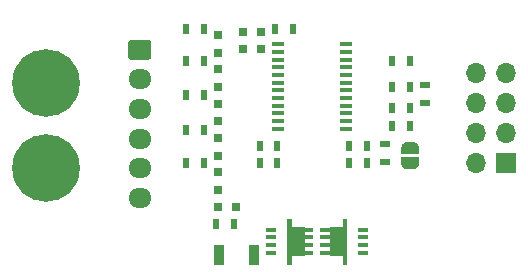
<source format=gts>
G04 #@! TF.GenerationSoftware,KiCad,Pcbnew,(5.1.10)-1*
G04 #@! TF.CreationDate,2021-09-05T18:13:48+09:00*
G04 #@! TF.ProjectId,CellBalancing_BQ77915_5S,43656c6c-4261-46c6-916e-63696e675f42,rev?*
G04 #@! TF.SameCoordinates,Original*
G04 #@! TF.FileFunction,Soldermask,Top*
G04 #@! TF.FilePolarity,Negative*
%FSLAX46Y46*%
G04 Gerber Fmt 4.6, Leading zero omitted, Abs format (unit mm)*
G04 Created by KiCad (PCBNEW (5.1.10)-1) date 2021-09-05 18:13:48*
%MOMM*%
%LPD*%
G01*
G04 APERTURE LIST*
%ADD10C,0.100000*%
%ADD11O,1.700000X1.700000*%
%ADD12R,1.700000X1.700000*%
%ADD13R,1.100000X0.400000*%
%ADD14R,0.750000X0.800000*%
%ADD15R,0.800000X0.750000*%
%ADD16C,5.719200*%
%ADD17O,1.950000X1.700000*%
%ADD18C,0.152400*%
%ADD19R,0.500000X0.900000*%
%ADD20R,0.900000X1.700000*%
%ADD21R,0.900000X0.500000*%
%ADD22R,0.863600X0.304800*%
G04 APERTURE END LIST*
D10*
G36*
X140200000Y-117700000D02*
G01*
X139100000Y-117700000D01*
X139100000Y-115300000D01*
X140200000Y-115300000D01*
X140200000Y-114600000D01*
X140500000Y-114600000D01*
X140500000Y-118400000D01*
X140200000Y-118400000D01*
X140200000Y-117700000D01*
G37*
X140200000Y-117700000D02*
X139100000Y-117700000D01*
X139100000Y-115300000D01*
X140200000Y-115300000D01*
X140200000Y-114600000D01*
X140500000Y-114600000D01*
X140500000Y-118400000D01*
X140200000Y-118400000D01*
X140200000Y-117700000D01*
G36*
X135800000Y-115300000D02*
G01*
X136900000Y-115300000D01*
X136900000Y-117700000D01*
X135800000Y-117700000D01*
X135800000Y-118400000D01*
X135500000Y-118400000D01*
X135500000Y-114600000D01*
X135800000Y-114600000D01*
X135800000Y-115300000D01*
G37*
X135800000Y-115300000D02*
X136900000Y-115300000D01*
X136900000Y-117700000D01*
X135800000Y-117700000D01*
X135800000Y-118400000D01*
X135500000Y-118400000D01*
X135500000Y-114600000D01*
X135800000Y-114600000D01*
X135800000Y-115300000D01*
D11*
X151460000Y-102280000D03*
X154000000Y-102280000D03*
X151460000Y-104820000D03*
X154000000Y-104820000D03*
X151460000Y-107360000D03*
X154000000Y-107360000D03*
X151460000Y-109900000D03*
D12*
X154000000Y-109900000D03*
D13*
X140450000Y-99825000D03*
X140450000Y-100475000D03*
X140450000Y-101125000D03*
X140450000Y-101775000D03*
X140450000Y-102425000D03*
X140450000Y-103075000D03*
X140450000Y-103725000D03*
X140450000Y-104375000D03*
X140450000Y-105025000D03*
X140450000Y-105675000D03*
X140450000Y-106325000D03*
X140450000Y-106975000D03*
X134750000Y-106975000D03*
X134750000Y-106325000D03*
X134750000Y-105675000D03*
X134750000Y-105025000D03*
X134750000Y-104375000D03*
X134750000Y-103725000D03*
X134750000Y-103075000D03*
X134750000Y-102425000D03*
X134750000Y-101775000D03*
X134750000Y-101125000D03*
X134750000Y-100475000D03*
X134750000Y-99825000D03*
D14*
X129600000Y-100550000D03*
X129600000Y-99050000D03*
X129600000Y-103450000D03*
X129600000Y-101950000D03*
X129600000Y-104850000D03*
X129600000Y-106350000D03*
X129600000Y-109250000D03*
X129600000Y-107750000D03*
X129600000Y-110650000D03*
X129600000Y-112150000D03*
D15*
X131150000Y-113600000D03*
X129650000Y-113600000D03*
X133250000Y-98800000D03*
X131750000Y-98800000D03*
X131750000Y-100200000D03*
X133250000Y-100200000D03*
D16*
X115100000Y-110300000D03*
X115100000Y-103100000D03*
G36*
G01*
X122275000Y-99450000D02*
X123725000Y-99450000D01*
G75*
G02*
X123975000Y-99700000I0J-250000D01*
G01*
X123975000Y-100900000D01*
G75*
G02*
X123725000Y-101150000I-250000J0D01*
G01*
X122275000Y-101150000D01*
G75*
G02*
X122025000Y-100900000I0J250000D01*
G01*
X122025000Y-99700000D01*
G75*
G02*
X122275000Y-99450000I250000J0D01*
G01*
G37*
D17*
X123000000Y-102800000D03*
X123000000Y-105300000D03*
X123000000Y-107800000D03*
X123000000Y-110300000D03*
X123000000Y-112800000D03*
D18*
G36*
X145150000Y-109100000D02*
G01*
X145150000Y-108600000D01*
X145150602Y-108600000D01*
X145150602Y-108575466D01*
X145155412Y-108526635D01*
X145164984Y-108478510D01*
X145179228Y-108431555D01*
X145198005Y-108386222D01*
X145221136Y-108342949D01*
X145248396Y-108302150D01*
X145279524Y-108264221D01*
X145314221Y-108229524D01*
X145352150Y-108198396D01*
X145392949Y-108171136D01*
X145436222Y-108148005D01*
X145481555Y-108129228D01*
X145528510Y-108114984D01*
X145576635Y-108105412D01*
X145625466Y-108100602D01*
X145650000Y-108100602D01*
X145650000Y-108100000D01*
X146150000Y-108100000D01*
X146150000Y-108100602D01*
X146174534Y-108100602D01*
X146223365Y-108105412D01*
X146271490Y-108114984D01*
X146318445Y-108129228D01*
X146363778Y-108148005D01*
X146407051Y-108171136D01*
X146447850Y-108198396D01*
X146485779Y-108229524D01*
X146520476Y-108264221D01*
X146551604Y-108302150D01*
X146578864Y-108342949D01*
X146601995Y-108386222D01*
X146620772Y-108431555D01*
X146635016Y-108478510D01*
X146644588Y-108526635D01*
X146649398Y-108575466D01*
X146649398Y-108600000D01*
X146650000Y-108600000D01*
X146650000Y-109100000D01*
X145150000Y-109100000D01*
G37*
G36*
X146649398Y-109900000D02*
G01*
X146649398Y-109924534D01*
X146644588Y-109973365D01*
X146635016Y-110021490D01*
X146620772Y-110068445D01*
X146601995Y-110113778D01*
X146578864Y-110157051D01*
X146551604Y-110197850D01*
X146520476Y-110235779D01*
X146485779Y-110270476D01*
X146447850Y-110301604D01*
X146407051Y-110328864D01*
X146363778Y-110351995D01*
X146318445Y-110370772D01*
X146271490Y-110385016D01*
X146223365Y-110394588D01*
X146174534Y-110399398D01*
X146150000Y-110399398D01*
X146150000Y-110400000D01*
X145650000Y-110400000D01*
X145650000Y-110399398D01*
X145625466Y-110399398D01*
X145576635Y-110394588D01*
X145528510Y-110385016D01*
X145481555Y-110370772D01*
X145436222Y-110351995D01*
X145392949Y-110328864D01*
X145352150Y-110301604D01*
X145314221Y-110270476D01*
X145279524Y-110235779D01*
X145248396Y-110197850D01*
X145221136Y-110157051D01*
X145198005Y-110113778D01*
X145179228Y-110068445D01*
X145164984Y-110021490D01*
X145155412Y-109973365D01*
X145150602Y-109924534D01*
X145150602Y-109900000D01*
X145150000Y-109900000D01*
X145150000Y-109400000D01*
X146650000Y-109400000D01*
X146650000Y-109900000D01*
X146649398Y-109900000D01*
G37*
D19*
X134450000Y-98500000D03*
X135950000Y-98500000D03*
X128450000Y-98500000D03*
X126950000Y-98500000D03*
X126950000Y-101200000D03*
X128450000Y-101200000D03*
X128450000Y-104100000D03*
X126950000Y-104100000D03*
X126950000Y-107100000D03*
X128450000Y-107100000D03*
X128450000Y-109900000D03*
X126950000Y-109900000D03*
X130950000Y-115000000D03*
X129450000Y-115000000D03*
D20*
X129750000Y-117700000D03*
X132650000Y-117700000D03*
D19*
X134650000Y-108400000D03*
X133150000Y-108400000D03*
X134650000Y-109900000D03*
X133150000Y-109900000D03*
X140750000Y-108400000D03*
X142250000Y-108400000D03*
X140750000Y-109900000D03*
X142250000Y-109900000D03*
X144350000Y-101200000D03*
X145850000Y-101200000D03*
X145850000Y-103400000D03*
X144350000Y-103400000D03*
X144350000Y-105200000D03*
X145850000Y-105200000D03*
X145850000Y-106700000D03*
X144350000Y-106700000D03*
D21*
X143800000Y-109750000D03*
X143800000Y-108250000D03*
X147200000Y-103250000D03*
X147200000Y-104750000D03*
D22*
X138725200Y-117474999D03*
X138725200Y-116825001D03*
X138725200Y-116174999D03*
X138725200Y-115525001D03*
X141874800Y-115525001D03*
X141874800Y-116174999D03*
X141874800Y-116825001D03*
X141874800Y-117474999D03*
X134125200Y-115525001D03*
X134125200Y-116174999D03*
X134125200Y-116825001D03*
X134125200Y-117474999D03*
X137274800Y-117474999D03*
X137274800Y-116825001D03*
X137274800Y-116174999D03*
X137274800Y-115525001D03*
M02*

</source>
